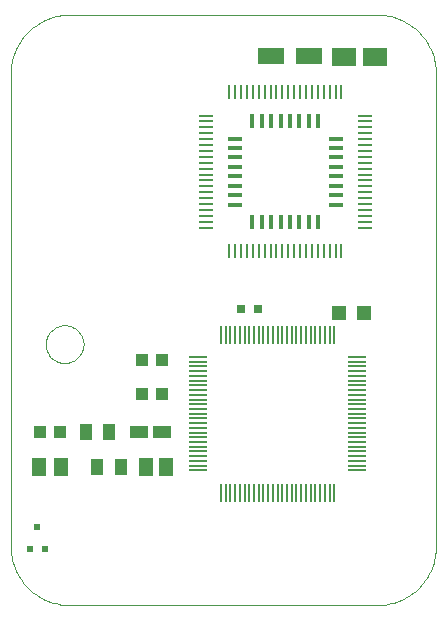
<source format=gbp>
G75*
G70*
%OFA0B0*%
%FSLAX24Y24*%
%IPPOS*%
%LPD*%
%AMOC8*
5,1,8,0,0,1.08239X$1,22.5*
%
%ADD10C,0.0004*%
%ADD11R,0.0236X0.0217*%
%ADD12R,0.0512X0.0630*%
%ADD13R,0.0433X0.0551*%
%ADD14R,0.0591X0.0394*%
%ADD15R,0.0512X0.0591*%
%ADD16R,0.0472X0.0472*%
%ADD17R,0.0433X0.0394*%
%ADD18R,0.0413X0.0425*%
%ADD19R,0.0315X0.0315*%
%ADD20R,0.0394X0.0433*%
%ADD21R,0.0591X0.0079*%
%ADD22R,0.0079X0.0591*%
%ADD23R,0.0157X0.0472*%
%ADD24R,0.0472X0.0157*%
%ADD25R,0.0472X0.0100*%
%ADD26R,0.0100X0.0472*%
%ADD27R,0.0787X0.0591*%
%ADD28R,0.0866X0.0551*%
%ADD29C,0.0000*%
D10*
X000302Y002170D02*
X000302Y005713D01*
X000302Y017918D01*
X000304Y018012D01*
X000311Y018105D01*
X000322Y018198D01*
X000338Y018291D01*
X000358Y018382D01*
X000382Y018473D01*
X000410Y018562D01*
X000443Y018650D01*
X000480Y018736D01*
X000521Y018820D01*
X000566Y018903D01*
X000615Y018983D01*
X000667Y019060D01*
X000723Y019135D01*
X000783Y019207D01*
X000846Y019277D01*
X000912Y019343D01*
X000982Y019406D01*
X001054Y019466D01*
X001129Y019522D01*
X001206Y019574D01*
X001286Y019623D01*
X001369Y019668D01*
X001453Y019709D01*
X001539Y019746D01*
X001627Y019779D01*
X001716Y019807D01*
X001807Y019831D01*
X001898Y019851D01*
X001991Y019867D01*
X002084Y019878D01*
X002177Y019885D01*
X002271Y019887D01*
X007389Y019887D01*
X012507Y019887D01*
X012601Y019885D01*
X012694Y019878D01*
X012787Y019867D01*
X012880Y019851D01*
X012971Y019831D01*
X013062Y019807D01*
X013151Y019779D01*
X013239Y019746D01*
X013325Y019709D01*
X013409Y019668D01*
X013491Y019623D01*
X013572Y019574D01*
X013649Y019522D01*
X013724Y019466D01*
X013796Y019406D01*
X013866Y019343D01*
X013932Y019277D01*
X013995Y019207D01*
X014055Y019135D01*
X014111Y019060D01*
X014163Y018983D01*
X014212Y018902D01*
X014257Y018820D01*
X014298Y018736D01*
X014335Y018650D01*
X014368Y018562D01*
X014396Y018473D01*
X014420Y018382D01*
X014440Y018291D01*
X014456Y018198D01*
X014467Y018105D01*
X014474Y018012D01*
X014476Y017918D01*
X014476Y005713D01*
X014476Y002170D01*
X014474Y002076D01*
X014467Y001983D01*
X014456Y001890D01*
X014440Y001797D01*
X014420Y001706D01*
X014396Y001615D01*
X014368Y001526D01*
X014335Y001438D01*
X014298Y001352D01*
X014257Y001268D01*
X014212Y001186D01*
X014163Y001105D01*
X014111Y001028D01*
X014055Y000953D01*
X013995Y000881D01*
X013932Y000811D01*
X013866Y000745D01*
X013796Y000682D01*
X013724Y000622D01*
X013649Y000566D01*
X013572Y000514D01*
X013492Y000465D01*
X013409Y000420D01*
X013325Y000379D01*
X013239Y000342D01*
X013151Y000309D01*
X013062Y000281D01*
X012971Y000257D01*
X012880Y000237D01*
X012787Y000221D01*
X012694Y000210D01*
X012601Y000203D01*
X012507Y000201D01*
X012507Y000202D02*
X007389Y000202D01*
X002271Y000202D01*
X002271Y000201D02*
X002177Y000203D01*
X002084Y000210D01*
X001991Y000221D01*
X001898Y000237D01*
X001807Y000257D01*
X001716Y000281D01*
X001627Y000309D01*
X001539Y000342D01*
X001453Y000379D01*
X001369Y000420D01*
X001286Y000465D01*
X001206Y000514D01*
X001129Y000566D01*
X001054Y000622D01*
X000982Y000682D01*
X000912Y000745D01*
X000846Y000811D01*
X000783Y000881D01*
X000723Y000953D01*
X000667Y001028D01*
X000615Y001105D01*
X000566Y001186D01*
X000521Y001268D01*
X000480Y001352D01*
X000443Y001438D01*
X000410Y001526D01*
X000382Y001615D01*
X000358Y001706D01*
X000338Y001797D01*
X000322Y001890D01*
X000311Y001983D01*
X000304Y002076D01*
X000302Y002170D01*
D11*
X000932Y002089D03*
X001444Y002089D03*
X001188Y002818D03*
D12*
X001241Y004798D03*
X001989Y004798D03*
D13*
X002796Y005979D03*
X003583Y005979D03*
X003190Y004798D03*
X003977Y004798D03*
D14*
X004591Y005979D03*
X005331Y005979D03*
D15*
X005493Y004798D03*
X004824Y004798D03*
D16*
X011248Y009947D03*
X012075Y009947D03*
D17*
X005350Y008363D03*
X004680Y008363D03*
D18*
X004670Y007247D03*
X005359Y007247D03*
D19*
X007963Y010063D03*
X008554Y010063D03*
D20*
X001950Y005979D03*
X001280Y005979D03*
D21*
X006560Y005954D03*
X006560Y006111D03*
X006560Y006269D03*
X006560Y006426D03*
X006560Y006583D03*
X006560Y006741D03*
X006560Y006898D03*
X006560Y007056D03*
X006560Y007213D03*
X006560Y007371D03*
X006560Y007528D03*
X006560Y007686D03*
X006560Y007843D03*
X006560Y008001D03*
X006560Y008158D03*
X006560Y008316D03*
X006560Y008473D03*
X006560Y005796D03*
X006560Y005639D03*
X006560Y005481D03*
X006560Y005324D03*
X006560Y005166D03*
X006560Y005009D03*
X006560Y004851D03*
X006560Y004694D03*
X011836Y004694D03*
X011836Y004851D03*
X011836Y005009D03*
X011836Y005166D03*
X011836Y005324D03*
X011836Y005481D03*
X011836Y005639D03*
X011836Y005796D03*
X011836Y005954D03*
X011836Y006111D03*
X011836Y006269D03*
X011836Y006426D03*
X011836Y006583D03*
X011836Y006741D03*
X011836Y006898D03*
X011836Y007056D03*
X011836Y007213D03*
X011836Y007371D03*
X011836Y007528D03*
X011836Y007686D03*
X011836Y007843D03*
X011836Y008001D03*
X011836Y008158D03*
X011836Y008316D03*
X011836Y008473D03*
D22*
X011088Y009221D03*
X010930Y009221D03*
X010773Y009221D03*
X010615Y009221D03*
X010458Y009221D03*
X010300Y009221D03*
X010143Y009221D03*
X009985Y009221D03*
X009828Y009221D03*
X009670Y009221D03*
X009513Y009221D03*
X009355Y009221D03*
X009198Y009221D03*
X009040Y009221D03*
X008883Y009221D03*
X008725Y009221D03*
X008568Y009221D03*
X008410Y009221D03*
X008253Y009221D03*
X008096Y009221D03*
X007938Y009221D03*
X007781Y009221D03*
X007623Y009221D03*
X007466Y009221D03*
X007308Y009221D03*
X007308Y003946D03*
X007466Y003946D03*
X007623Y003946D03*
X007781Y003946D03*
X007938Y003946D03*
X008096Y003946D03*
X008253Y003946D03*
X008410Y003946D03*
X008568Y003946D03*
X008725Y003946D03*
X008883Y003946D03*
X009040Y003946D03*
X009198Y003946D03*
X009355Y003946D03*
X009513Y003946D03*
X009670Y003946D03*
X009828Y003946D03*
X009985Y003946D03*
X010143Y003946D03*
X010300Y003946D03*
X010458Y003946D03*
X010615Y003946D03*
X010773Y003946D03*
X010930Y003946D03*
X011088Y003946D03*
D23*
X010558Y012960D03*
X010243Y012960D03*
X009928Y012960D03*
X009613Y012960D03*
X009298Y012960D03*
X008983Y012960D03*
X008668Y012960D03*
X008353Y012960D03*
X008353Y016346D03*
X008668Y016346D03*
X008983Y016346D03*
X009298Y016346D03*
X009613Y016346D03*
X009928Y016346D03*
X010243Y016346D03*
X010558Y016346D03*
D24*
X011148Y015756D03*
X011148Y015441D03*
X011148Y015126D03*
X011148Y014811D03*
X011148Y014496D03*
X011148Y014181D03*
X011148Y013866D03*
X011148Y013551D03*
X007762Y013551D03*
X007762Y013866D03*
X007762Y014181D03*
X007762Y014496D03*
X007762Y014811D03*
X007762Y015126D03*
X007762Y015441D03*
X007762Y015756D03*
D25*
X006808Y015736D03*
X006808Y015539D03*
X006808Y015342D03*
X006808Y015145D03*
X006808Y014949D03*
X006808Y014752D03*
X006808Y014555D03*
X006808Y014358D03*
X006808Y014161D03*
X006808Y013964D03*
X006808Y013767D03*
X006808Y013571D03*
X006808Y013374D03*
X006808Y013177D03*
X006808Y012980D03*
X006808Y012783D03*
X006808Y015933D03*
X006808Y016130D03*
X006808Y016327D03*
X006808Y016523D03*
X012103Y016523D03*
X012103Y016327D03*
X012103Y016130D03*
X012103Y015933D03*
X012103Y015736D03*
X012103Y015539D03*
X012103Y015342D03*
X012103Y015145D03*
X012103Y014949D03*
X012103Y014752D03*
X012103Y014555D03*
X012103Y014358D03*
X012103Y014161D03*
X012103Y013964D03*
X012103Y013767D03*
X012103Y013571D03*
X012103Y013374D03*
X012103Y013177D03*
X012103Y012980D03*
X012103Y012783D03*
D26*
X011325Y012006D03*
X011129Y012006D03*
X010932Y012006D03*
X010735Y012006D03*
X010538Y012006D03*
X010341Y012006D03*
X010144Y012006D03*
X009947Y012006D03*
X009751Y012006D03*
X009554Y012006D03*
X009357Y012006D03*
X009160Y012006D03*
X008963Y012006D03*
X008766Y012006D03*
X008570Y012006D03*
X008373Y012006D03*
X008176Y012006D03*
X007979Y012006D03*
X007782Y012006D03*
X007585Y012006D03*
X007585Y017301D03*
X007782Y017301D03*
X007979Y017301D03*
X008176Y017301D03*
X008373Y017301D03*
X008570Y017301D03*
X008766Y017301D03*
X008963Y017301D03*
X009160Y017301D03*
X009357Y017301D03*
X009554Y017301D03*
X009751Y017301D03*
X009947Y017301D03*
X010144Y017301D03*
X010341Y017301D03*
X010538Y017301D03*
X010735Y017301D03*
X010932Y017301D03*
X011129Y017301D03*
X011325Y017301D03*
D27*
X011414Y018474D03*
X012437Y018474D03*
D28*
X010254Y018498D03*
X008995Y018498D03*
D29*
X001472Y008902D02*
X001474Y008952D01*
X001480Y009002D01*
X001490Y009051D01*
X001504Y009099D01*
X001521Y009146D01*
X001542Y009191D01*
X001567Y009235D01*
X001595Y009276D01*
X001627Y009315D01*
X001661Y009352D01*
X001698Y009386D01*
X001738Y009416D01*
X001780Y009443D01*
X001824Y009467D01*
X001870Y009488D01*
X001917Y009504D01*
X001965Y009517D01*
X002015Y009526D01*
X002064Y009531D01*
X002115Y009532D01*
X002165Y009529D01*
X002214Y009522D01*
X002263Y009511D01*
X002311Y009496D01*
X002357Y009478D01*
X002402Y009456D01*
X002445Y009430D01*
X002486Y009401D01*
X002525Y009369D01*
X002561Y009334D01*
X002593Y009296D01*
X002623Y009256D01*
X002650Y009213D01*
X002673Y009169D01*
X002692Y009123D01*
X002708Y009075D01*
X002720Y009026D01*
X002728Y008977D01*
X002732Y008927D01*
X002732Y008877D01*
X002728Y008827D01*
X002720Y008778D01*
X002708Y008729D01*
X002692Y008681D01*
X002673Y008635D01*
X002650Y008591D01*
X002623Y008548D01*
X002593Y008508D01*
X002561Y008470D01*
X002525Y008435D01*
X002486Y008403D01*
X002445Y008374D01*
X002402Y008348D01*
X002357Y008326D01*
X002311Y008308D01*
X002263Y008293D01*
X002214Y008282D01*
X002165Y008275D01*
X002115Y008272D01*
X002064Y008273D01*
X002015Y008278D01*
X001965Y008287D01*
X001917Y008300D01*
X001870Y008316D01*
X001824Y008337D01*
X001780Y008361D01*
X001738Y008388D01*
X001698Y008418D01*
X001661Y008452D01*
X001627Y008489D01*
X001595Y008528D01*
X001567Y008569D01*
X001542Y008613D01*
X001521Y008658D01*
X001504Y008705D01*
X001490Y008753D01*
X001480Y008802D01*
X001474Y008852D01*
X001472Y008902D01*
M02*

</source>
